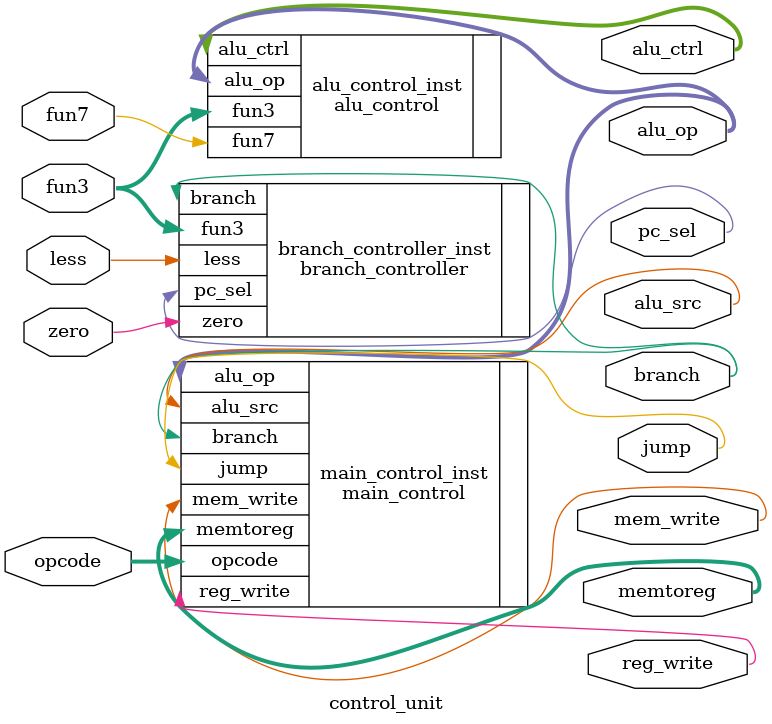
<source format=sv>
`timescale 1ns / 1ps


module control_unit(
    input logic [6:0] opcode,
    input logic fun7, // fun7[5] = instruction[30]
    input logic [2:0] fun3, // instruction[14:12]
    input logic zero,
    input logic less,
    output logic pc_sel,
    output logic branch,
    output logic jump,
    output logic mem_write,
    output logic [2:0] memtoreg,
    output logic reg_write,
    output logic alu_src,
    output logic [2:0] alu_op,
    output logic [3:0] alu_ctrl
    );
    
    main_control main_control_inst(
        .opcode(opcode),
        .branch(branch),
        .jump(jump),
        .mem_write(mem_write),
        .memtoreg(memtoreg),
        .reg_write(reg_write),
        .alu_src(alu_src),
        .alu_op(alu_op)
    );
    
    alu_control alu_control_inst(
        .alu_op(alu_op),
        .fun3(fun3),
        .fun7(fun7),
        .alu_ctrl
    );
    
    branch_controller branch_controller_inst(
        .branch(branch),
        .fun3(fun3),
        .zero(zero),
        .less(less),
        .pc_sel(pc_sel)
    );
    
endmodule

</source>
